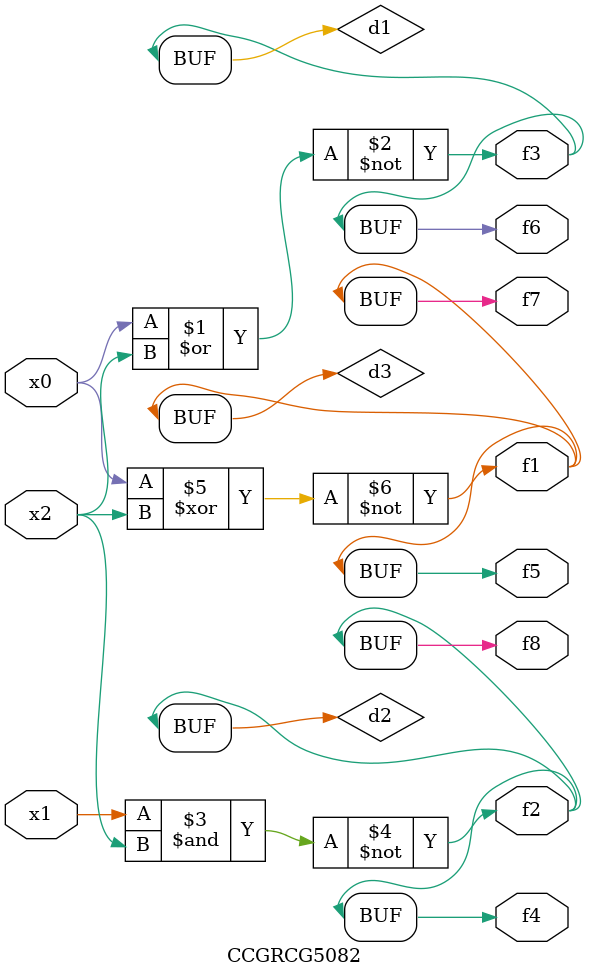
<source format=v>
module CCGRCG5082(
	input x0, x1, x2,
	output f1, f2, f3, f4, f5, f6, f7, f8
);

	wire d1, d2, d3;

	nor (d1, x0, x2);
	nand (d2, x1, x2);
	xnor (d3, x0, x2);
	assign f1 = d3;
	assign f2 = d2;
	assign f3 = d1;
	assign f4 = d2;
	assign f5 = d3;
	assign f6 = d1;
	assign f7 = d3;
	assign f8 = d2;
endmodule

</source>
